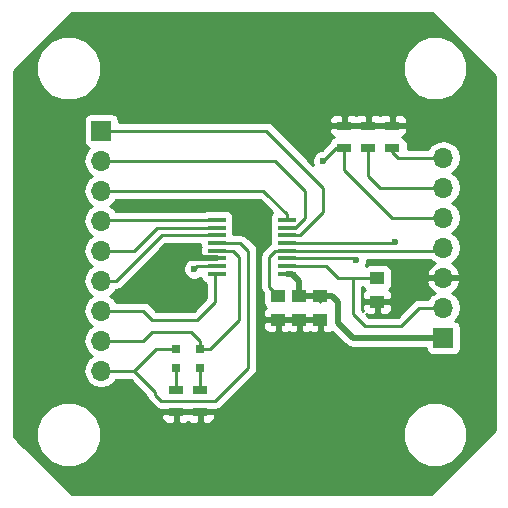
<source format=gtl>
G04 #@! TF.FileFunction,Copper,L1,Top,Signal*
%FSLAX46Y46*%
G04 Gerber Fmt 4.6, Leading zero omitted, Abs format (unit mm)*
G04 Created by KiCad (PCBNEW 4.0.7) date 08/21/18 13:31:30*
%MOMM*%
%LPD*%
G01*
G04 APERTURE LIST*
%ADD10C,0.100000*%
%ADD11C,0.600000*%
%ADD12R,1.500000X0.450000*%
%ADD13R,1.250000X1.000000*%
%ADD14R,1.700000X1.700000*%
%ADD15O,1.700000X1.700000*%
%ADD16R,1.300000X0.700000*%
%ADD17R,0.800000X0.800000*%
%ADD18C,0.500000*%
%ADD19C,0.250000*%
%ADD20C,0.254000*%
G04 APERTURE END LIST*
D10*
D11*
X148082000Y-128270000D03*
X149098000Y-99822000D03*
X132588000Y-99822000D03*
X134366000Y-118110000D03*
X134366000Y-117094000D03*
D12*
X138065000Y-113469000D03*
X138065000Y-114119000D03*
X138065000Y-114769000D03*
X138065000Y-115419000D03*
X138065000Y-116069000D03*
X138065000Y-116719000D03*
X138065000Y-117369000D03*
X138065000Y-118019000D03*
X143965000Y-118019000D03*
X143965000Y-117369000D03*
X143965000Y-116719000D03*
X143965000Y-116069000D03*
X143965000Y-115419000D03*
X143965000Y-114769000D03*
X143965000Y-114119000D03*
X143965000Y-113469000D03*
D13*
X145034000Y-119904000D03*
X145034000Y-121904000D03*
X146812000Y-119904000D03*
X146812000Y-121904000D03*
X151638000Y-118380000D03*
X151638000Y-120380000D03*
X143256000Y-121904000D03*
X143256000Y-119904000D03*
D14*
X157226000Y-123444000D03*
D15*
X157226000Y-120904000D03*
X157226000Y-118364000D03*
X157226000Y-115824000D03*
X157226000Y-113284000D03*
X157226000Y-110744000D03*
X157226000Y-108204000D03*
D14*
X128270000Y-105918000D03*
D15*
X128270000Y-108458000D03*
X128270000Y-110998000D03*
X128270000Y-113538000D03*
X128270000Y-116078000D03*
X128270000Y-118618000D03*
X128270000Y-121158000D03*
X128270000Y-123698000D03*
X128270000Y-126238000D03*
D16*
X148844000Y-107376000D03*
X148844000Y-105476000D03*
X150876000Y-107376000D03*
X150876000Y-105476000D03*
X152908000Y-107376000D03*
X152908000Y-105476000D03*
D17*
X134620000Y-124422000D03*
X134620000Y-126022000D03*
X136652000Y-124422000D03*
X136652000Y-126022000D03*
D16*
X134620000Y-127828000D03*
X134620000Y-129728000D03*
X136652000Y-127828000D03*
X136652000Y-129728000D03*
D11*
X134366000Y-116078000D03*
X136144000Y-117602000D03*
X147066000Y-108458000D03*
X153162000Y-115316000D03*
X149860000Y-116840000D03*
D18*
X138065000Y-116719000D02*
X134741000Y-116719000D01*
X134741000Y-116719000D02*
X134366000Y-117094000D01*
X146812000Y-119904000D02*
X147844000Y-119904000D01*
X149606000Y-123444000D02*
X157226000Y-123444000D01*
X148336000Y-122174000D02*
X149606000Y-123444000D01*
X148336000Y-120396000D02*
X148336000Y-122174000D01*
X147844000Y-119904000D02*
X148336000Y-120396000D01*
X145034000Y-119904000D02*
X145034000Y-118618000D01*
X145034000Y-118618000D02*
X144435000Y-118019000D01*
X144435000Y-118019000D02*
X143965000Y-118019000D01*
X145034000Y-119904000D02*
X146812000Y-119904000D01*
D19*
X146812000Y-119904000D02*
X146812000Y-120396000D01*
X149606000Y-118380000D02*
X149606000Y-121412000D01*
X155194000Y-120904000D02*
X157226000Y-120904000D01*
X153670000Y-122428000D02*
X155194000Y-120904000D01*
X150622000Y-122428000D02*
X153670000Y-122428000D01*
X149606000Y-121412000D02*
X150622000Y-122428000D01*
X151638000Y-118380000D02*
X149606000Y-118380000D01*
X149606000Y-118380000D02*
X148352000Y-118380000D01*
X147341000Y-117369000D02*
X143965000Y-117369000D01*
X148352000Y-118380000D02*
X147341000Y-117369000D01*
X143965000Y-116069000D02*
X143011000Y-116069000D01*
X142494000Y-119142000D02*
X143256000Y-119904000D01*
X142494000Y-116586000D02*
X142494000Y-119142000D01*
X143011000Y-116069000D02*
X142494000Y-116586000D01*
X143965000Y-116069000D02*
X156981000Y-116069000D01*
X156981000Y-116069000D02*
X157226000Y-115824000D01*
X136673000Y-117369000D02*
X136652000Y-117348000D01*
X136652000Y-117348000D02*
X136398000Y-117348000D01*
X136398000Y-117348000D02*
X136144000Y-117602000D01*
X138065000Y-117369000D02*
X136673000Y-117369000D01*
X148148000Y-107376000D02*
X148844000Y-107376000D01*
X147066000Y-108458000D02*
X148148000Y-107376000D01*
X157226000Y-113284000D02*
X152908000Y-113284000D01*
X152908000Y-113284000D02*
X148844000Y-109220000D01*
X148844000Y-109220000D02*
X148844000Y-107376000D01*
X153059000Y-115419000D02*
X143965000Y-115419000D01*
X153162000Y-115316000D02*
X153059000Y-115419000D01*
X157226000Y-110744000D02*
X151892000Y-110744000D01*
X150876000Y-109728000D02*
X150876000Y-107376000D01*
X151892000Y-110744000D02*
X150876000Y-109728000D01*
X149739000Y-116719000D02*
X143965000Y-116719000D01*
X149860000Y-116840000D02*
X149739000Y-116719000D01*
X153416000Y-108204000D02*
X157226000Y-108204000D01*
X152908000Y-107376000D02*
X152908000Y-107696000D01*
X152908000Y-107696000D02*
X153416000Y-108204000D01*
X145073000Y-114769000D02*
X147066000Y-112776000D01*
X147066000Y-112776000D02*
X147066000Y-110744000D01*
X145073000Y-114769000D02*
X143965000Y-114769000D01*
X147066000Y-110744000D02*
X142240000Y-105918000D01*
X128270000Y-105918000D02*
X142240000Y-105918000D01*
X143965000Y-114119000D02*
X144707000Y-114119000D01*
X144707000Y-114119000D02*
X145542000Y-113284000D01*
X145542000Y-113284000D02*
X145542000Y-110998000D01*
X145542000Y-110998000D02*
X143002000Y-108458000D01*
X143002000Y-108458000D02*
X128270000Y-108458000D01*
X143965000Y-112977000D02*
X142240000Y-111252000D01*
X143965000Y-112977000D02*
X143965000Y-113469000D01*
X141986000Y-110998000D02*
X142240000Y-111252000D01*
X128270000Y-110998000D02*
X141986000Y-110998000D01*
X138065000Y-113469000D02*
X128339000Y-113469000D01*
X128339000Y-113469000D02*
X128270000Y-113538000D01*
X138065000Y-114119000D02*
X133023000Y-114119000D01*
X131064000Y-116078000D02*
X128270000Y-116078000D01*
X133023000Y-114119000D02*
X131064000Y-116078000D01*
X129540000Y-118618000D02*
X128270000Y-118618000D01*
X133389000Y-114769000D02*
X129540000Y-118618000D01*
X138065000Y-114769000D02*
X133389000Y-114769000D01*
X128270000Y-121158000D02*
X131826000Y-121158000D01*
X131826000Y-121158000D02*
X132588000Y-121920000D01*
X132588000Y-121920000D02*
X136398000Y-121920000D01*
X137922000Y-120396000D02*
X137922000Y-118162000D01*
X136398000Y-121920000D02*
X137922000Y-120396000D01*
X137922000Y-118162000D02*
X138065000Y-118019000D01*
X131064000Y-126238000D02*
X132842000Y-128016000D01*
X132842000Y-128016000D02*
X132842000Y-128270000D01*
X128270000Y-126238000D02*
X131064000Y-126238000D01*
X131064000Y-126238000D02*
X132880000Y-124422000D01*
X132842000Y-128270000D02*
X133350000Y-128778000D01*
X140057000Y-115419000D02*
X138065000Y-115419000D01*
X140716000Y-116078000D02*
X140057000Y-115419000D01*
X140716000Y-125984000D02*
X140716000Y-116078000D01*
X137922000Y-128778000D02*
X140716000Y-125984000D01*
X133350000Y-128778000D02*
X137922000Y-128778000D01*
X132880000Y-124422000D02*
X134620000Y-124422000D01*
X128270000Y-123698000D02*
X131826000Y-123698000D01*
X131826000Y-123698000D02*
X132588000Y-122936000D01*
X132588000Y-122936000D02*
X135890000Y-122936000D01*
X136652000Y-124422000D02*
X137452000Y-124422000D01*
X139437000Y-116069000D02*
X138065000Y-116069000D01*
X139954000Y-116586000D02*
X139437000Y-116069000D01*
X139954000Y-121920000D02*
X139954000Y-116586000D01*
X137452000Y-124422000D02*
X139954000Y-121920000D01*
X136652000Y-123698000D02*
X136652000Y-124422000D01*
X135890000Y-122936000D02*
X136652000Y-123698000D01*
X134620000Y-126022000D02*
X134620000Y-127828000D01*
X136652000Y-126022000D02*
X136652000Y-127828000D01*
D20*
G36*
X161596000Y-101259092D02*
X161596000Y-131277908D01*
X156169908Y-136704000D01*
X125770092Y-136704000D01*
X121229146Y-132163054D01*
X122787528Y-132163054D01*
X123201814Y-133165703D01*
X123968262Y-133933490D01*
X124970186Y-134349526D01*
X126055054Y-134350472D01*
X127057703Y-133936186D01*
X127825490Y-133169738D01*
X128241526Y-132167814D01*
X128241530Y-132163054D01*
X153787528Y-132163054D01*
X154201814Y-133165703D01*
X154968262Y-133933490D01*
X155970186Y-134349526D01*
X157055054Y-134350472D01*
X158057703Y-133936186D01*
X158825490Y-133169738D01*
X159241526Y-132167814D01*
X159242472Y-131082946D01*
X158828186Y-130080297D01*
X158061738Y-129312510D01*
X157059814Y-128896474D01*
X155974946Y-128895528D01*
X154972297Y-129309814D01*
X154204510Y-130076262D01*
X153788474Y-131078186D01*
X153787528Y-132163054D01*
X128241530Y-132163054D01*
X128242472Y-131082946D01*
X127828186Y-130080297D01*
X127761756Y-130013750D01*
X133335000Y-130013750D01*
X133335000Y-130204309D01*
X133431673Y-130437698D01*
X133610301Y-130616327D01*
X133843690Y-130713000D01*
X134334250Y-130713000D01*
X134493000Y-130554250D01*
X134493000Y-129855000D01*
X134747000Y-129855000D01*
X134747000Y-130554250D01*
X134905750Y-130713000D01*
X135396310Y-130713000D01*
X135629699Y-130616327D01*
X135636000Y-130610026D01*
X135642301Y-130616327D01*
X135875690Y-130713000D01*
X136366250Y-130713000D01*
X136525000Y-130554250D01*
X136525000Y-129855000D01*
X136779000Y-129855000D01*
X136779000Y-130554250D01*
X136937750Y-130713000D01*
X137428310Y-130713000D01*
X137661699Y-130616327D01*
X137840327Y-130437698D01*
X137937000Y-130204309D01*
X137937000Y-130013750D01*
X137778250Y-129855000D01*
X136779000Y-129855000D01*
X136525000Y-129855000D01*
X134747000Y-129855000D01*
X134493000Y-129855000D01*
X133493750Y-129855000D01*
X133335000Y-130013750D01*
X127761756Y-130013750D01*
X127061738Y-129312510D01*
X126059814Y-128896474D01*
X124974946Y-128895528D01*
X123972297Y-129309814D01*
X123204510Y-130076262D01*
X122788474Y-131078186D01*
X122787528Y-132163054D01*
X121229146Y-132163054D01*
X120852000Y-131785908D01*
X120852000Y-108458000D01*
X126755907Y-108458000D01*
X126868946Y-109026285D01*
X127190853Y-109508054D01*
X127520026Y-109728000D01*
X127190853Y-109947946D01*
X126868946Y-110429715D01*
X126755907Y-110998000D01*
X126868946Y-111566285D01*
X127190853Y-112048054D01*
X127520026Y-112268000D01*
X127190853Y-112487946D01*
X126868946Y-112969715D01*
X126755907Y-113538000D01*
X126868946Y-114106285D01*
X127190853Y-114588054D01*
X127520026Y-114808000D01*
X127190853Y-115027946D01*
X126868946Y-115509715D01*
X126755907Y-116078000D01*
X126868946Y-116646285D01*
X127190853Y-117128054D01*
X127520026Y-117348000D01*
X127190853Y-117567946D01*
X126868946Y-118049715D01*
X126755907Y-118618000D01*
X126868946Y-119186285D01*
X127190853Y-119668054D01*
X127520026Y-119888000D01*
X127190853Y-120107946D01*
X126868946Y-120589715D01*
X126755907Y-121158000D01*
X126868946Y-121726285D01*
X127190853Y-122208054D01*
X127520026Y-122428000D01*
X127190853Y-122647946D01*
X126868946Y-123129715D01*
X126755907Y-123698000D01*
X126868946Y-124266285D01*
X127190853Y-124748054D01*
X127520026Y-124968000D01*
X127190853Y-125187946D01*
X126868946Y-125669715D01*
X126755907Y-126238000D01*
X126868946Y-126806285D01*
X127190853Y-127288054D01*
X127672622Y-127609961D01*
X128240907Y-127723000D01*
X128299093Y-127723000D01*
X128867378Y-127609961D01*
X129349147Y-127288054D01*
X129542954Y-126998000D01*
X130749198Y-126998000D01*
X132097097Y-128345899D01*
X132139852Y-128560839D01*
X132304599Y-128807401D01*
X132812599Y-129315401D01*
X133059161Y-129480148D01*
X133350000Y-129538000D01*
X133430750Y-129538000D01*
X133493750Y-129601000D01*
X134493000Y-129601000D01*
X134493000Y-129581000D01*
X134747000Y-129581000D01*
X134747000Y-129601000D01*
X136525000Y-129601000D01*
X136525000Y-129581000D01*
X136779000Y-129581000D01*
X136779000Y-129601000D01*
X137778250Y-129601000D01*
X137841250Y-129538000D01*
X137922000Y-129538000D01*
X138212839Y-129480148D01*
X138459401Y-129315401D01*
X141253401Y-126521401D01*
X141418148Y-126274839D01*
X141476000Y-125984000D01*
X141476000Y-122189750D01*
X141996000Y-122189750D01*
X141996000Y-122530309D01*
X142092673Y-122763698D01*
X142271301Y-122942327D01*
X142504690Y-123039000D01*
X142970250Y-123039000D01*
X143129000Y-122880250D01*
X143129000Y-122031000D01*
X143383000Y-122031000D01*
X143383000Y-122880250D01*
X143541750Y-123039000D01*
X144007310Y-123039000D01*
X144145000Y-122981967D01*
X144282690Y-123039000D01*
X144748250Y-123039000D01*
X144907000Y-122880250D01*
X144907000Y-122031000D01*
X145161000Y-122031000D01*
X145161000Y-122880250D01*
X145319750Y-123039000D01*
X145785310Y-123039000D01*
X145923000Y-122981967D01*
X146060690Y-123039000D01*
X146526250Y-123039000D01*
X146685000Y-122880250D01*
X146685000Y-122031000D01*
X145161000Y-122031000D01*
X144907000Y-122031000D01*
X143383000Y-122031000D01*
X143129000Y-122031000D01*
X142154750Y-122031000D01*
X141996000Y-122189750D01*
X141476000Y-122189750D01*
X141476000Y-116078000D01*
X141418148Y-115787161D01*
X141253401Y-115540599D01*
X140594401Y-114881599D01*
X140347839Y-114716852D01*
X140057000Y-114659000D01*
X139462440Y-114659000D01*
X139462440Y-114544000D01*
X139442933Y-114440329D01*
X139462440Y-114344000D01*
X139462440Y-113894000D01*
X139442933Y-113790329D01*
X139462440Y-113694000D01*
X139462440Y-113244000D01*
X139418162Y-113008683D01*
X139279090Y-112792559D01*
X139066890Y-112647569D01*
X138815000Y-112596560D01*
X137315000Y-112596560D01*
X137079683Y-112640838D01*
X136973756Y-112709000D01*
X129496850Y-112709000D01*
X129349147Y-112487946D01*
X129019974Y-112268000D01*
X129349147Y-112048054D01*
X129542954Y-111758000D01*
X141671198Y-111758000D01*
X142734962Y-112821764D01*
X142618569Y-112992110D01*
X142567560Y-113244000D01*
X142567560Y-113694000D01*
X142587067Y-113797671D01*
X142567560Y-113894000D01*
X142567560Y-114344000D01*
X142587067Y-114447671D01*
X142567560Y-114544000D01*
X142567560Y-114994000D01*
X142587067Y-115097671D01*
X142567560Y-115194000D01*
X142567560Y-115468816D01*
X142473599Y-115531599D01*
X141956599Y-116048599D01*
X141791852Y-116295161D01*
X141734000Y-116586000D01*
X141734000Y-119142000D01*
X141791852Y-119432839D01*
X141956599Y-119679401D01*
X141983560Y-119706362D01*
X141983560Y-120404000D01*
X142027838Y-120639317D01*
X142166910Y-120855441D01*
X142235006Y-120901969D01*
X142092673Y-121044302D01*
X141996000Y-121277691D01*
X141996000Y-121618250D01*
X142154750Y-121777000D01*
X143129000Y-121777000D01*
X143129000Y-121757000D01*
X143383000Y-121757000D01*
X143383000Y-121777000D01*
X144907000Y-121777000D01*
X144907000Y-121757000D01*
X145161000Y-121757000D01*
X145161000Y-121777000D01*
X146685000Y-121777000D01*
X146685000Y-121757000D01*
X146939000Y-121757000D01*
X146939000Y-121777000D01*
X146959000Y-121777000D01*
X146959000Y-122031000D01*
X146939000Y-122031000D01*
X146939000Y-122880250D01*
X147097750Y-123039000D01*
X147563310Y-123039000D01*
X147796699Y-122942327D01*
X147824723Y-122914303D01*
X148980208Y-124069787D01*
X148980210Y-124069790D01*
X149228066Y-124235401D01*
X149267325Y-124261633D01*
X149606000Y-124329001D01*
X149606005Y-124329000D01*
X155735146Y-124329000D01*
X155772838Y-124529317D01*
X155911910Y-124745441D01*
X156124110Y-124890431D01*
X156376000Y-124941440D01*
X158076000Y-124941440D01*
X158311317Y-124897162D01*
X158527441Y-124758090D01*
X158672431Y-124545890D01*
X158723440Y-124294000D01*
X158723440Y-122594000D01*
X158679162Y-122358683D01*
X158540090Y-122142559D01*
X158327890Y-121997569D01*
X158260459Y-121983914D01*
X158305147Y-121954054D01*
X158627054Y-121472285D01*
X158740093Y-120904000D01*
X158627054Y-120335715D01*
X158305147Y-119853946D01*
X157964447Y-119626298D01*
X158107358Y-119559183D01*
X158497645Y-119130924D01*
X158667476Y-118720890D01*
X158546155Y-118491000D01*
X157353000Y-118491000D01*
X157353000Y-118511000D01*
X157099000Y-118511000D01*
X157099000Y-118491000D01*
X155905845Y-118491000D01*
X155784524Y-118720890D01*
X155954355Y-119130924D01*
X156344642Y-119559183D01*
X156487553Y-119626298D01*
X156146853Y-119853946D01*
X155953046Y-120144000D01*
X155194000Y-120144000D01*
X154951414Y-120192254D01*
X154903160Y-120201852D01*
X154656599Y-120366599D01*
X153355198Y-121668000D01*
X150936802Y-121668000D01*
X150711049Y-121442247D01*
X150886690Y-121515000D01*
X151352250Y-121515000D01*
X151511000Y-121356250D01*
X151511000Y-120507000D01*
X151765000Y-120507000D01*
X151765000Y-121356250D01*
X151923750Y-121515000D01*
X152389310Y-121515000D01*
X152622699Y-121418327D01*
X152801327Y-121239698D01*
X152898000Y-121006309D01*
X152898000Y-120665750D01*
X152739250Y-120507000D01*
X151765000Y-120507000D01*
X151511000Y-120507000D01*
X150536750Y-120507000D01*
X150378000Y-120665750D01*
X150378000Y-121006309D01*
X150450754Y-121181952D01*
X150366000Y-121097198D01*
X150366000Y-119140000D01*
X150425721Y-119140000D01*
X150548910Y-119331441D01*
X150617006Y-119377969D01*
X150474673Y-119520302D01*
X150378000Y-119753691D01*
X150378000Y-120094250D01*
X150536750Y-120253000D01*
X151511000Y-120253000D01*
X151511000Y-120233000D01*
X151765000Y-120233000D01*
X151765000Y-120253000D01*
X152739250Y-120253000D01*
X152898000Y-120094250D01*
X152898000Y-119753691D01*
X152801327Y-119520302D01*
X152660090Y-119379064D01*
X152714441Y-119344090D01*
X152859431Y-119131890D01*
X152910440Y-118880000D01*
X152910440Y-117880000D01*
X152866162Y-117644683D01*
X152727090Y-117428559D01*
X152514890Y-117283569D01*
X152263000Y-117232560D01*
X151013000Y-117232560D01*
X150777683Y-117276838D01*
X150659410Y-117352945D01*
X150794838Y-117026799D01*
X150795010Y-116829000D01*
X156116749Y-116829000D01*
X156146853Y-116874054D01*
X156487553Y-117101702D01*
X156344642Y-117168817D01*
X155954355Y-117597076D01*
X155784524Y-118007110D01*
X155905845Y-118237000D01*
X157099000Y-118237000D01*
X157099000Y-118217000D01*
X157353000Y-118217000D01*
X157353000Y-118237000D01*
X158546155Y-118237000D01*
X158667476Y-118007110D01*
X158497645Y-117597076D01*
X158107358Y-117168817D01*
X157964447Y-117101702D01*
X158305147Y-116874054D01*
X158627054Y-116392285D01*
X158740093Y-115824000D01*
X158627054Y-115255715D01*
X158305147Y-114773946D01*
X157975974Y-114554000D01*
X158305147Y-114334054D01*
X158627054Y-113852285D01*
X158740093Y-113284000D01*
X158627054Y-112715715D01*
X158305147Y-112233946D01*
X157975974Y-112014000D01*
X158305147Y-111794054D01*
X158627054Y-111312285D01*
X158740093Y-110744000D01*
X158627054Y-110175715D01*
X158305147Y-109693946D01*
X157975974Y-109474000D01*
X158305147Y-109254054D01*
X158627054Y-108772285D01*
X158740093Y-108204000D01*
X158627054Y-107635715D01*
X158305147Y-107153946D01*
X157823378Y-106832039D01*
X157255093Y-106719000D01*
X157196907Y-106719000D01*
X156628622Y-106832039D01*
X156146853Y-107153946D01*
X155953046Y-107444000D01*
X154205440Y-107444000D01*
X154205440Y-107026000D01*
X154161162Y-106790683D01*
X154022090Y-106574559D01*
X153809890Y-106429569D01*
X153776510Y-106422809D01*
X153917699Y-106364327D01*
X154096327Y-106185698D01*
X154193000Y-105952309D01*
X154193000Y-105761750D01*
X154034250Y-105603000D01*
X153035000Y-105603000D01*
X153035000Y-105623000D01*
X152781000Y-105623000D01*
X152781000Y-105603000D01*
X151003000Y-105603000D01*
X151003000Y-105623000D01*
X150749000Y-105623000D01*
X150749000Y-105603000D01*
X148971000Y-105603000D01*
X148971000Y-105623000D01*
X148717000Y-105623000D01*
X148717000Y-105603000D01*
X147717750Y-105603000D01*
X147559000Y-105761750D01*
X147559000Y-105952309D01*
X147655673Y-106185698D01*
X147834301Y-106364327D01*
X147970287Y-106420654D01*
X147958683Y-106422838D01*
X147742559Y-106561910D01*
X147597569Y-106774110D01*
X147577885Y-106871313D01*
X146926320Y-107522878D01*
X146880833Y-107522838D01*
X146537057Y-107664883D01*
X146273808Y-107927673D01*
X146131162Y-108271201D01*
X146130838Y-108643167D01*
X146194822Y-108798020D01*
X142777401Y-105380599D01*
X142530839Y-105215852D01*
X142240000Y-105158000D01*
X129767440Y-105158000D01*
X129767440Y-105068000D01*
X129754587Y-104999691D01*
X147559000Y-104999691D01*
X147559000Y-105190250D01*
X147717750Y-105349000D01*
X148717000Y-105349000D01*
X148717000Y-104649750D01*
X148971000Y-104649750D01*
X148971000Y-105349000D01*
X150749000Y-105349000D01*
X150749000Y-104649750D01*
X151003000Y-104649750D01*
X151003000Y-105349000D01*
X152781000Y-105349000D01*
X152781000Y-104649750D01*
X153035000Y-104649750D01*
X153035000Y-105349000D01*
X154034250Y-105349000D01*
X154193000Y-105190250D01*
X154193000Y-104999691D01*
X154096327Y-104766302D01*
X153917699Y-104587673D01*
X153684310Y-104491000D01*
X153193750Y-104491000D01*
X153035000Y-104649750D01*
X152781000Y-104649750D01*
X152622250Y-104491000D01*
X152131690Y-104491000D01*
X151898301Y-104587673D01*
X151892000Y-104593974D01*
X151885699Y-104587673D01*
X151652310Y-104491000D01*
X151161750Y-104491000D01*
X151003000Y-104649750D01*
X150749000Y-104649750D01*
X150590250Y-104491000D01*
X150099690Y-104491000D01*
X149866301Y-104587673D01*
X149860000Y-104593974D01*
X149853699Y-104587673D01*
X149620310Y-104491000D01*
X149129750Y-104491000D01*
X148971000Y-104649750D01*
X148717000Y-104649750D01*
X148558250Y-104491000D01*
X148067690Y-104491000D01*
X147834301Y-104587673D01*
X147655673Y-104766302D01*
X147559000Y-104999691D01*
X129754587Y-104999691D01*
X129723162Y-104832683D01*
X129584090Y-104616559D01*
X129371890Y-104471569D01*
X129120000Y-104420560D01*
X127420000Y-104420560D01*
X127184683Y-104464838D01*
X126968559Y-104603910D01*
X126823569Y-104816110D01*
X126772560Y-105068000D01*
X126772560Y-106768000D01*
X126816838Y-107003317D01*
X126955910Y-107219441D01*
X127168110Y-107364431D01*
X127235541Y-107378086D01*
X127190853Y-107407946D01*
X126868946Y-107889715D01*
X126755907Y-108458000D01*
X120852000Y-108458000D01*
X120852000Y-101163054D01*
X122787528Y-101163054D01*
X123201814Y-102165703D01*
X123968262Y-102933490D01*
X124970186Y-103349526D01*
X126055054Y-103350472D01*
X127057703Y-102936186D01*
X127825490Y-102169738D01*
X128241526Y-101167814D01*
X128241530Y-101163054D01*
X153787528Y-101163054D01*
X154201814Y-102165703D01*
X154968262Y-102933490D01*
X155970186Y-103349526D01*
X157055054Y-103350472D01*
X158057703Y-102936186D01*
X158825490Y-102169738D01*
X159241526Y-101167814D01*
X159242472Y-100082946D01*
X158828186Y-99080297D01*
X158061738Y-98312510D01*
X157059814Y-97896474D01*
X155974946Y-97895528D01*
X154972297Y-98309814D01*
X154204510Y-99076262D01*
X153788474Y-100078186D01*
X153787528Y-101163054D01*
X128241530Y-101163054D01*
X128242472Y-100082946D01*
X127828186Y-99080297D01*
X127061738Y-98312510D01*
X126059814Y-97896474D01*
X124974946Y-97895528D01*
X123972297Y-98309814D01*
X123204510Y-99076262D01*
X122788474Y-100078186D01*
X122787528Y-101163054D01*
X120852000Y-101163054D01*
X120852000Y-100878092D01*
X125770092Y-95960000D01*
X156296908Y-95960000D01*
X161596000Y-101259092D01*
X161596000Y-101259092D01*
G37*
X161596000Y-101259092D02*
X161596000Y-131277908D01*
X156169908Y-136704000D01*
X125770092Y-136704000D01*
X121229146Y-132163054D01*
X122787528Y-132163054D01*
X123201814Y-133165703D01*
X123968262Y-133933490D01*
X124970186Y-134349526D01*
X126055054Y-134350472D01*
X127057703Y-133936186D01*
X127825490Y-133169738D01*
X128241526Y-132167814D01*
X128241530Y-132163054D01*
X153787528Y-132163054D01*
X154201814Y-133165703D01*
X154968262Y-133933490D01*
X155970186Y-134349526D01*
X157055054Y-134350472D01*
X158057703Y-133936186D01*
X158825490Y-133169738D01*
X159241526Y-132167814D01*
X159242472Y-131082946D01*
X158828186Y-130080297D01*
X158061738Y-129312510D01*
X157059814Y-128896474D01*
X155974946Y-128895528D01*
X154972297Y-129309814D01*
X154204510Y-130076262D01*
X153788474Y-131078186D01*
X153787528Y-132163054D01*
X128241530Y-132163054D01*
X128242472Y-131082946D01*
X127828186Y-130080297D01*
X127761756Y-130013750D01*
X133335000Y-130013750D01*
X133335000Y-130204309D01*
X133431673Y-130437698D01*
X133610301Y-130616327D01*
X133843690Y-130713000D01*
X134334250Y-130713000D01*
X134493000Y-130554250D01*
X134493000Y-129855000D01*
X134747000Y-129855000D01*
X134747000Y-130554250D01*
X134905750Y-130713000D01*
X135396310Y-130713000D01*
X135629699Y-130616327D01*
X135636000Y-130610026D01*
X135642301Y-130616327D01*
X135875690Y-130713000D01*
X136366250Y-130713000D01*
X136525000Y-130554250D01*
X136525000Y-129855000D01*
X136779000Y-129855000D01*
X136779000Y-130554250D01*
X136937750Y-130713000D01*
X137428310Y-130713000D01*
X137661699Y-130616327D01*
X137840327Y-130437698D01*
X137937000Y-130204309D01*
X137937000Y-130013750D01*
X137778250Y-129855000D01*
X136779000Y-129855000D01*
X136525000Y-129855000D01*
X134747000Y-129855000D01*
X134493000Y-129855000D01*
X133493750Y-129855000D01*
X133335000Y-130013750D01*
X127761756Y-130013750D01*
X127061738Y-129312510D01*
X126059814Y-128896474D01*
X124974946Y-128895528D01*
X123972297Y-129309814D01*
X123204510Y-130076262D01*
X122788474Y-131078186D01*
X122787528Y-132163054D01*
X121229146Y-132163054D01*
X120852000Y-131785908D01*
X120852000Y-108458000D01*
X126755907Y-108458000D01*
X126868946Y-109026285D01*
X127190853Y-109508054D01*
X127520026Y-109728000D01*
X127190853Y-109947946D01*
X126868946Y-110429715D01*
X126755907Y-110998000D01*
X126868946Y-111566285D01*
X127190853Y-112048054D01*
X127520026Y-112268000D01*
X127190853Y-112487946D01*
X126868946Y-112969715D01*
X126755907Y-113538000D01*
X126868946Y-114106285D01*
X127190853Y-114588054D01*
X127520026Y-114808000D01*
X127190853Y-115027946D01*
X126868946Y-115509715D01*
X126755907Y-116078000D01*
X126868946Y-116646285D01*
X127190853Y-117128054D01*
X127520026Y-117348000D01*
X127190853Y-117567946D01*
X126868946Y-118049715D01*
X126755907Y-118618000D01*
X126868946Y-119186285D01*
X127190853Y-119668054D01*
X127520026Y-119888000D01*
X127190853Y-120107946D01*
X126868946Y-120589715D01*
X126755907Y-121158000D01*
X126868946Y-121726285D01*
X127190853Y-122208054D01*
X127520026Y-122428000D01*
X127190853Y-122647946D01*
X126868946Y-123129715D01*
X126755907Y-123698000D01*
X126868946Y-124266285D01*
X127190853Y-124748054D01*
X127520026Y-124968000D01*
X127190853Y-125187946D01*
X126868946Y-125669715D01*
X126755907Y-126238000D01*
X126868946Y-126806285D01*
X127190853Y-127288054D01*
X127672622Y-127609961D01*
X128240907Y-127723000D01*
X128299093Y-127723000D01*
X128867378Y-127609961D01*
X129349147Y-127288054D01*
X129542954Y-126998000D01*
X130749198Y-126998000D01*
X132097097Y-128345899D01*
X132139852Y-128560839D01*
X132304599Y-128807401D01*
X132812599Y-129315401D01*
X133059161Y-129480148D01*
X133350000Y-129538000D01*
X133430750Y-129538000D01*
X133493750Y-129601000D01*
X134493000Y-129601000D01*
X134493000Y-129581000D01*
X134747000Y-129581000D01*
X134747000Y-129601000D01*
X136525000Y-129601000D01*
X136525000Y-129581000D01*
X136779000Y-129581000D01*
X136779000Y-129601000D01*
X137778250Y-129601000D01*
X137841250Y-129538000D01*
X137922000Y-129538000D01*
X138212839Y-129480148D01*
X138459401Y-129315401D01*
X141253401Y-126521401D01*
X141418148Y-126274839D01*
X141476000Y-125984000D01*
X141476000Y-122189750D01*
X141996000Y-122189750D01*
X141996000Y-122530309D01*
X142092673Y-122763698D01*
X142271301Y-122942327D01*
X142504690Y-123039000D01*
X142970250Y-123039000D01*
X143129000Y-122880250D01*
X143129000Y-122031000D01*
X143383000Y-122031000D01*
X143383000Y-122880250D01*
X143541750Y-123039000D01*
X144007310Y-123039000D01*
X144145000Y-122981967D01*
X144282690Y-123039000D01*
X144748250Y-123039000D01*
X144907000Y-122880250D01*
X144907000Y-122031000D01*
X145161000Y-122031000D01*
X145161000Y-122880250D01*
X145319750Y-123039000D01*
X145785310Y-123039000D01*
X145923000Y-122981967D01*
X146060690Y-123039000D01*
X146526250Y-123039000D01*
X146685000Y-122880250D01*
X146685000Y-122031000D01*
X145161000Y-122031000D01*
X144907000Y-122031000D01*
X143383000Y-122031000D01*
X143129000Y-122031000D01*
X142154750Y-122031000D01*
X141996000Y-122189750D01*
X141476000Y-122189750D01*
X141476000Y-116078000D01*
X141418148Y-115787161D01*
X141253401Y-115540599D01*
X140594401Y-114881599D01*
X140347839Y-114716852D01*
X140057000Y-114659000D01*
X139462440Y-114659000D01*
X139462440Y-114544000D01*
X139442933Y-114440329D01*
X139462440Y-114344000D01*
X139462440Y-113894000D01*
X139442933Y-113790329D01*
X139462440Y-113694000D01*
X139462440Y-113244000D01*
X139418162Y-113008683D01*
X139279090Y-112792559D01*
X139066890Y-112647569D01*
X138815000Y-112596560D01*
X137315000Y-112596560D01*
X137079683Y-112640838D01*
X136973756Y-112709000D01*
X129496850Y-112709000D01*
X129349147Y-112487946D01*
X129019974Y-112268000D01*
X129349147Y-112048054D01*
X129542954Y-111758000D01*
X141671198Y-111758000D01*
X142734962Y-112821764D01*
X142618569Y-112992110D01*
X142567560Y-113244000D01*
X142567560Y-113694000D01*
X142587067Y-113797671D01*
X142567560Y-113894000D01*
X142567560Y-114344000D01*
X142587067Y-114447671D01*
X142567560Y-114544000D01*
X142567560Y-114994000D01*
X142587067Y-115097671D01*
X142567560Y-115194000D01*
X142567560Y-115468816D01*
X142473599Y-115531599D01*
X141956599Y-116048599D01*
X141791852Y-116295161D01*
X141734000Y-116586000D01*
X141734000Y-119142000D01*
X141791852Y-119432839D01*
X141956599Y-119679401D01*
X141983560Y-119706362D01*
X141983560Y-120404000D01*
X142027838Y-120639317D01*
X142166910Y-120855441D01*
X142235006Y-120901969D01*
X142092673Y-121044302D01*
X141996000Y-121277691D01*
X141996000Y-121618250D01*
X142154750Y-121777000D01*
X143129000Y-121777000D01*
X143129000Y-121757000D01*
X143383000Y-121757000D01*
X143383000Y-121777000D01*
X144907000Y-121777000D01*
X144907000Y-121757000D01*
X145161000Y-121757000D01*
X145161000Y-121777000D01*
X146685000Y-121777000D01*
X146685000Y-121757000D01*
X146939000Y-121757000D01*
X146939000Y-121777000D01*
X146959000Y-121777000D01*
X146959000Y-122031000D01*
X146939000Y-122031000D01*
X146939000Y-122880250D01*
X147097750Y-123039000D01*
X147563310Y-123039000D01*
X147796699Y-122942327D01*
X147824723Y-122914303D01*
X148980208Y-124069787D01*
X148980210Y-124069790D01*
X149228066Y-124235401D01*
X149267325Y-124261633D01*
X149606000Y-124329001D01*
X149606005Y-124329000D01*
X155735146Y-124329000D01*
X155772838Y-124529317D01*
X155911910Y-124745441D01*
X156124110Y-124890431D01*
X156376000Y-124941440D01*
X158076000Y-124941440D01*
X158311317Y-124897162D01*
X158527441Y-124758090D01*
X158672431Y-124545890D01*
X158723440Y-124294000D01*
X158723440Y-122594000D01*
X158679162Y-122358683D01*
X158540090Y-122142559D01*
X158327890Y-121997569D01*
X158260459Y-121983914D01*
X158305147Y-121954054D01*
X158627054Y-121472285D01*
X158740093Y-120904000D01*
X158627054Y-120335715D01*
X158305147Y-119853946D01*
X157964447Y-119626298D01*
X158107358Y-119559183D01*
X158497645Y-119130924D01*
X158667476Y-118720890D01*
X158546155Y-118491000D01*
X157353000Y-118491000D01*
X157353000Y-118511000D01*
X157099000Y-118511000D01*
X157099000Y-118491000D01*
X155905845Y-118491000D01*
X155784524Y-118720890D01*
X155954355Y-119130924D01*
X156344642Y-119559183D01*
X156487553Y-119626298D01*
X156146853Y-119853946D01*
X155953046Y-120144000D01*
X155194000Y-120144000D01*
X154951414Y-120192254D01*
X154903160Y-120201852D01*
X154656599Y-120366599D01*
X153355198Y-121668000D01*
X150936802Y-121668000D01*
X150711049Y-121442247D01*
X150886690Y-121515000D01*
X151352250Y-121515000D01*
X151511000Y-121356250D01*
X151511000Y-120507000D01*
X151765000Y-120507000D01*
X151765000Y-121356250D01*
X151923750Y-121515000D01*
X152389310Y-121515000D01*
X152622699Y-121418327D01*
X152801327Y-121239698D01*
X152898000Y-121006309D01*
X152898000Y-120665750D01*
X152739250Y-120507000D01*
X151765000Y-120507000D01*
X151511000Y-120507000D01*
X150536750Y-120507000D01*
X150378000Y-120665750D01*
X150378000Y-121006309D01*
X150450754Y-121181952D01*
X150366000Y-121097198D01*
X150366000Y-119140000D01*
X150425721Y-119140000D01*
X150548910Y-119331441D01*
X150617006Y-119377969D01*
X150474673Y-119520302D01*
X150378000Y-119753691D01*
X150378000Y-120094250D01*
X150536750Y-120253000D01*
X151511000Y-120253000D01*
X151511000Y-120233000D01*
X151765000Y-120233000D01*
X151765000Y-120253000D01*
X152739250Y-120253000D01*
X152898000Y-120094250D01*
X152898000Y-119753691D01*
X152801327Y-119520302D01*
X152660090Y-119379064D01*
X152714441Y-119344090D01*
X152859431Y-119131890D01*
X152910440Y-118880000D01*
X152910440Y-117880000D01*
X152866162Y-117644683D01*
X152727090Y-117428559D01*
X152514890Y-117283569D01*
X152263000Y-117232560D01*
X151013000Y-117232560D01*
X150777683Y-117276838D01*
X150659410Y-117352945D01*
X150794838Y-117026799D01*
X150795010Y-116829000D01*
X156116749Y-116829000D01*
X156146853Y-116874054D01*
X156487553Y-117101702D01*
X156344642Y-117168817D01*
X155954355Y-117597076D01*
X155784524Y-118007110D01*
X155905845Y-118237000D01*
X157099000Y-118237000D01*
X157099000Y-118217000D01*
X157353000Y-118217000D01*
X157353000Y-118237000D01*
X158546155Y-118237000D01*
X158667476Y-118007110D01*
X158497645Y-117597076D01*
X158107358Y-117168817D01*
X157964447Y-117101702D01*
X158305147Y-116874054D01*
X158627054Y-116392285D01*
X158740093Y-115824000D01*
X158627054Y-115255715D01*
X158305147Y-114773946D01*
X157975974Y-114554000D01*
X158305147Y-114334054D01*
X158627054Y-113852285D01*
X158740093Y-113284000D01*
X158627054Y-112715715D01*
X158305147Y-112233946D01*
X157975974Y-112014000D01*
X158305147Y-111794054D01*
X158627054Y-111312285D01*
X158740093Y-110744000D01*
X158627054Y-110175715D01*
X158305147Y-109693946D01*
X157975974Y-109474000D01*
X158305147Y-109254054D01*
X158627054Y-108772285D01*
X158740093Y-108204000D01*
X158627054Y-107635715D01*
X158305147Y-107153946D01*
X157823378Y-106832039D01*
X157255093Y-106719000D01*
X157196907Y-106719000D01*
X156628622Y-106832039D01*
X156146853Y-107153946D01*
X155953046Y-107444000D01*
X154205440Y-107444000D01*
X154205440Y-107026000D01*
X154161162Y-106790683D01*
X154022090Y-106574559D01*
X153809890Y-106429569D01*
X153776510Y-106422809D01*
X153917699Y-106364327D01*
X154096327Y-106185698D01*
X154193000Y-105952309D01*
X154193000Y-105761750D01*
X154034250Y-105603000D01*
X153035000Y-105603000D01*
X153035000Y-105623000D01*
X152781000Y-105623000D01*
X152781000Y-105603000D01*
X151003000Y-105603000D01*
X151003000Y-105623000D01*
X150749000Y-105623000D01*
X150749000Y-105603000D01*
X148971000Y-105603000D01*
X148971000Y-105623000D01*
X148717000Y-105623000D01*
X148717000Y-105603000D01*
X147717750Y-105603000D01*
X147559000Y-105761750D01*
X147559000Y-105952309D01*
X147655673Y-106185698D01*
X147834301Y-106364327D01*
X147970287Y-106420654D01*
X147958683Y-106422838D01*
X147742559Y-106561910D01*
X147597569Y-106774110D01*
X147577885Y-106871313D01*
X146926320Y-107522878D01*
X146880833Y-107522838D01*
X146537057Y-107664883D01*
X146273808Y-107927673D01*
X146131162Y-108271201D01*
X146130838Y-108643167D01*
X146194822Y-108798020D01*
X142777401Y-105380599D01*
X142530839Y-105215852D01*
X142240000Y-105158000D01*
X129767440Y-105158000D01*
X129767440Y-105068000D01*
X129754587Y-104999691D01*
X147559000Y-104999691D01*
X147559000Y-105190250D01*
X147717750Y-105349000D01*
X148717000Y-105349000D01*
X148717000Y-104649750D01*
X148971000Y-104649750D01*
X148971000Y-105349000D01*
X150749000Y-105349000D01*
X150749000Y-104649750D01*
X151003000Y-104649750D01*
X151003000Y-105349000D01*
X152781000Y-105349000D01*
X152781000Y-104649750D01*
X153035000Y-104649750D01*
X153035000Y-105349000D01*
X154034250Y-105349000D01*
X154193000Y-105190250D01*
X154193000Y-104999691D01*
X154096327Y-104766302D01*
X153917699Y-104587673D01*
X153684310Y-104491000D01*
X153193750Y-104491000D01*
X153035000Y-104649750D01*
X152781000Y-104649750D01*
X152622250Y-104491000D01*
X152131690Y-104491000D01*
X151898301Y-104587673D01*
X151892000Y-104593974D01*
X151885699Y-104587673D01*
X151652310Y-104491000D01*
X151161750Y-104491000D01*
X151003000Y-104649750D01*
X150749000Y-104649750D01*
X150590250Y-104491000D01*
X150099690Y-104491000D01*
X149866301Y-104587673D01*
X149860000Y-104593974D01*
X149853699Y-104587673D01*
X149620310Y-104491000D01*
X149129750Y-104491000D01*
X148971000Y-104649750D01*
X148717000Y-104649750D01*
X148558250Y-104491000D01*
X148067690Y-104491000D01*
X147834301Y-104587673D01*
X147655673Y-104766302D01*
X147559000Y-104999691D01*
X129754587Y-104999691D01*
X129723162Y-104832683D01*
X129584090Y-104616559D01*
X129371890Y-104471569D01*
X129120000Y-104420560D01*
X127420000Y-104420560D01*
X127184683Y-104464838D01*
X126968559Y-104603910D01*
X126823569Y-104816110D01*
X126772560Y-105068000D01*
X126772560Y-106768000D01*
X126816838Y-107003317D01*
X126955910Y-107219441D01*
X127168110Y-107364431D01*
X127235541Y-107378086D01*
X127190853Y-107407946D01*
X126868946Y-107889715D01*
X126755907Y-108458000D01*
X120852000Y-108458000D01*
X120852000Y-101163054D01*
X122787528Y-101163054D01*
X123201814Y-102165703D01*
X123968262Y-102933490D01*
X124970186Y-103349526D01*
X126055054Y-103350472D01*
X127057703Y-102936186D01*
X127825490Y-102169738D01*
X128241526Y-101167814D01*
X128241530Y-101163054D01*
X153787528Y-101163054D01*
X154201814Y-102165703D01*
X154968262Y-102933490D01*
X155970186Y-103349526D01*
X157055054Y-103350472D01*
X158057703Y-102936186D01*
X158825490Y-102169738D01*
X159241526Y-101167814D01*
X159242472Y-100082946D01*
X158828186Y-99080297D01*
X158061738Y-98312510D01*
X157059814Y-97896474D01*
X155974946Y-97895528D01*
X154972297Y-98309814D01*
X154204510Y-99076262D01*
X153788474Y-100078186D01*
X153787528Y-101163054D01*
X128241530Y-101163054D01*
X128242472Y-100082946D01*
X127828186Y-99080297D01*
X127061738Y-98312510D01*
X126059814Y-97896474D01*
X124974946Y-97895528D01*
X123972297Y-98309814D01*
X123204510Y-99076262D01*
X122788474Y-100078186D01*
X122787528Y-101163054D01*
X120852000Y-101163054D01*
X120852000Y-100878092D01*
X125770092Y-95960000D01*
X156296908Y-95960000D01*
X161596000Y-101259092D01*
G36*
X136667560Y-115644000D02*
X136687067Y-115747671D01*
X136667560Y-115844000D01*
X136667560Y-116294000D01*
X136680980Y-116365323D01*
X136680000Y-116367690D01*
X136680000Y-116447750D01*
X136700312Y-116468062D01*
X136711838Y-116529317D01*
X136752172Y-116591998D01*
X136680000Y-116591998D01*
X136680000Y-116593570D01*
X136652000Y-116588000D01*
X136398000Y-116588000D01*
X136107160Y-116645852D01*
X136075600Y-116666940D01*
X135958833Y-116666838D01*
X135615057Y-116808883D01*
X135351808Y-117071673D01*
X135209162Y-117415201D01*
X135208838Y-117787167D01*
X135350883Y-118130943D01*
X135613673Y-118394192D01*
X135957201Y-118536838D01*
X136329167Y-118537162D01*
X136672943Y-118395117D01*
X136692349Y-118375744D01*
X136711838Y-118479317D01*
X136850910Y-118695441D01*
X137063110Y-118840431D01*
X137162000Y-118860457D01*
X137162000Y-120081198D01*
X136083198Y-121160000D01*
X132902802Y-121160000D01*
X132363401Y-120620599D01*
X132116839Y-120455852D01*
X131826000Y-120398000D01*
X129542954Y-120398000D01*
X129349147Y-120107946D01*
X129019974Y-119888000D01*
X129349147Y-119668054D01*
X129543407Y-119377322D01*
X129830839Y-119320148D01*
X130077401Y-119155401D01*
X133703802Y-115529000D01*
X136667560Y-115529000D01*
X136667560Y-115644000D01*
X136667560Y-115644000D01*
G37*
X136667560Y-115644000D02*
X136687067Y-115747671D01*
X136667560Y-115844000D01*
X136667560Y-116294000D01*
X136680980Y-116365323D01*
X136680000Y-116367690D01*
X136680000Y-116447750D01*
X136700312Y-116468062D01*
X136711838Y-116529317D01*
X136752172Y-116591998D01*
X136680000Y-116591998D01*
X136680000Y-116593570D01*
X136652000Y-116588000D01*
X136398000Y-116588000D01*
X136107160Y-116645852D01*
X136075600Y-116666940D01*
X135958833Y-116666838D01*
X135615057Y-116808883D01*
X135351808Y-117071673D01*
X135209162Y-117415201D01*
X135208838Y-117787167D01*
X135350883Y-118130943D01*
X135613673Y-118394192D01*
X135957201Y-118536838D01*
X136329167Y-118537162D01*
X136672943Y-118395117D01*
X136692349Y-118375744D01*
X136711838Y-118479317D01*
X136850910Y-118695441D01*
X137063110Y-118840431D01*
X137162000Y-118860457D01*
X137162000Y-120081198D01*
X136083198Y-121160000D01*
X132902802Y-121160000D01*
X132363401Y-120620599D01*
X132116839Y-120455852D01*
X131826000Y-120398000D01*
X129542954Y-120398000D01*
X129349147Y-120107946D01*
X129019974Y-119888000D01*
X129349147Y-119668054D01*
X129543407Y-119377322D01*
X129830839Y-119320148D01*
X130077401Y-119155401D01*
X133703802Y-115529000D01*
X136667560Y-115529000D01*
X136667560Y-115644000D01*
M02*

</source>
